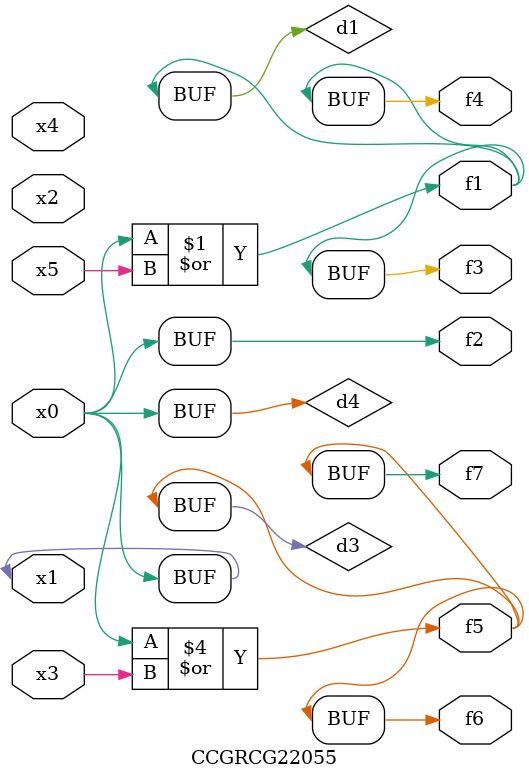
<source format=v>
module CCGRCG22055(
	input x0, x1, x2, x3, x4, x5,
	output f1, f2, f3, f4, f5, f6, f7
);

	wire d1, d2, d3, d4;

	or (d1, x0, x5);
	xnor (d2, x1, x4);
	or (d3, x0, x3);
	buf (d4, x0, x1);
	assign f1 = d1;
	assign f2 = d4;
	assign f3 = d1;
	assign f4 = d1;
	assign f5 = d3;
	assign f6 = d3;
	assign f7 = d3;
endmodule

</source>
